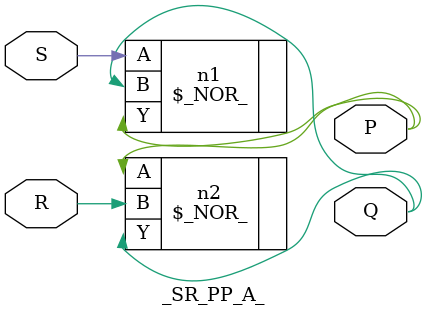
<source format=v>
(* extract_order = 1 *)
module _DLATCH_NN_A_ (D, E, Q, P);
   input D, E;
   wire  w1,w2;
   output wire Q, P;

   $_NOR_ n1 (
	      .A(Qn),
	      .B(w1),
	      .Y(Q),
	      );
   
   $_NOR_ n2 (
	      .A(w2),
	      .B(Q),
	      .Y(P),
	      );

   $_NOR_ n3 (
	      .A(w3),
	      .B(E),
	      .Y(w1),
	      );
   
   $_NOT_ n4 (
	      .A(E),
	      .Y(w2),
	      );

   $_NOT_ n5 (
	      .A(D),
	      .Y(w3),
	      );
	
endmodule

(* extract_order = 10 *)
module _DLATCH_PN_A_ (D, E, Q, P);
   input D, E;
   wire  w1,w2;
   output wire Q, P;

   $_NOR_ n1 (
	      .A(P),
	      .B(w1),
	      .Y(Q),
	      );
   
   $_NOR_ n2 (
	      .A(w2),
	      .B(Q),
	      .Y(P),
	      );

   $_NOR_ n3 (
	      .A(E),
	      .B(D),
	      .Y(w1),
	      );
   
   $_NOT_ n4 (
	      .A(E),
	      .Y(w2),
	      );

endmodule

(* extract_order = 10 *)
module _DLATCH_NP_A_ (D, E, Q, P);
   input D, E;
   wire  w1,w2;
   output wire Q, P;

   $_NOR_ n1 (
	      .A(P),
	      .B(w1),
	      .Y(Q),
	      );
   
   $_NOR_ n2 (
	      .A(E),
	      .B(Q),
	      .Y(P),
	      );

   $_NOR_ n3 (
	      .A(w3),
	      .B(w2),
	      .Y(w1),
	      );
   
   $_NOT_ n4 (
	      .A(E),
	      .Y(w2),
	      );

   $_NOT_ n5 (
	      .A(D),
	      .Y(w3),
	      );
	
endmodule

(* extract_order = 20 *)
module _DLATCH_PP_A_ (D, E, Q, P);
   input D, E;
   wire  w1,w2;
   output wire Q, P;

   $_NOR_ n1 (
	      .A(Qn),
	      .B(w1),
	      .Y(Q),
	      );
   
   $_NOR_ n2 (
	      .A(E),
	      .B(Q),
	      .Y(P),
	      );

   $_NOR_ n3 (
	      .A(D),
	      .B(w2),
	      .Y(w1),
	      );
   
   $_NOT_ n4 (
	      .A(E),
	      .Y(w2),
	      );
	
endmodule

(* extract_order = 100 *)
module _SR_PP_A_ (S, R, Q, P);
   input S, R;
   output wire Q, P;

   $_NOR_ n1 (
	      .A(S),
	      .B(Q),
	      .Y(P),
	      );
   
   $_NOR_ n2 (
	      .A(P),
	      .B(R),
	      .Y(Q),
	      );

endmodule

</source>
